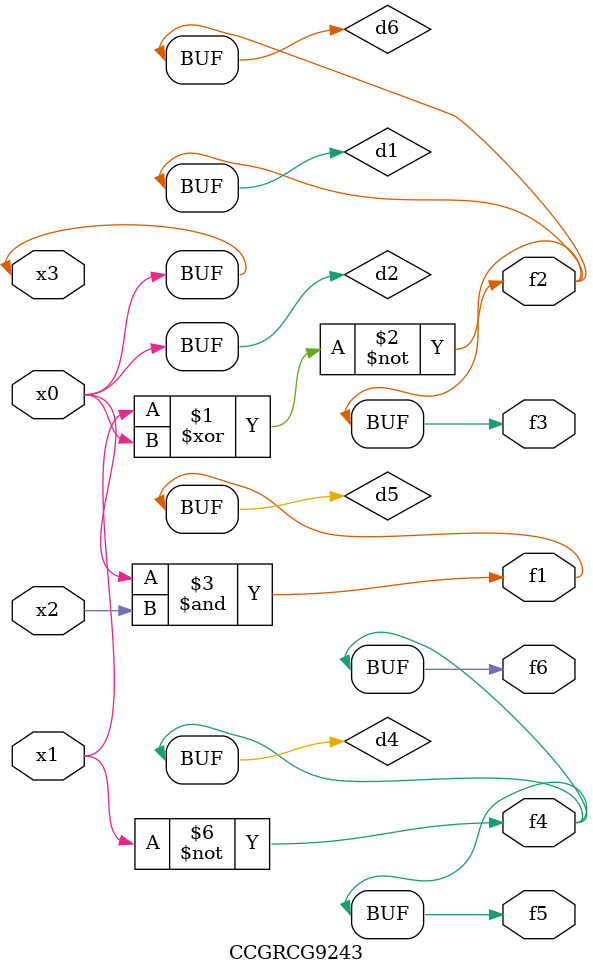
<source format=v>
module CCGRCG9243(
	input x0, x1, x2, x3,
	output f1, f2, f3, f4, f5, f6
);

	wire d1, d2, d3, d4, d5, d6;

	xnor (d1, x1, x3);
	buf (d2, x0, x3);
	nand (d3, x0, x2);
	not (d4, x1);
	nand (d5, d3);
	or (d6, d1);
	assign f1 = d5;
	assign f2 = d6;
	assign f3 = d6;
	assign f4 = d4;
	assign f5 = d4;
	assign f6 = d4;
endmodule

</source>
